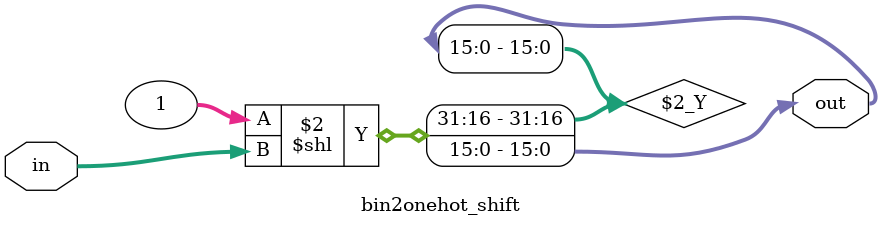
<source format=v>



module bin2onehot_shift #(parameter W=4)
(
input  wire [W-1:0] in,
output reg [(2**W)-1:0] out
);


always @ (*) begin
	out=0;
	out = 1<<in;
end

endmodule

</source>
